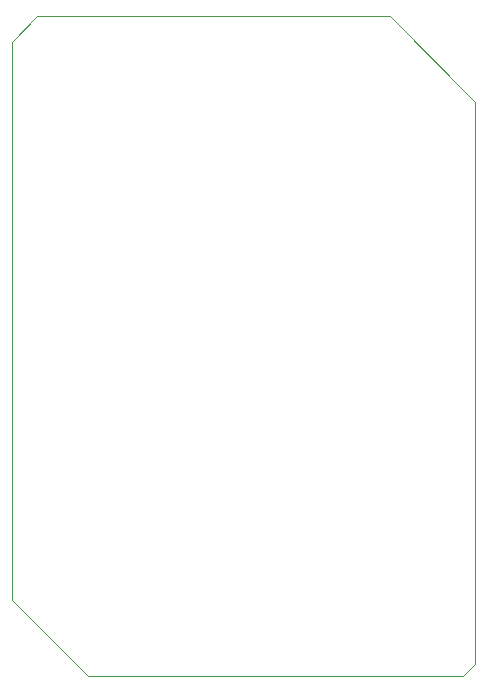
<source format=gbr>
G04*
G04 #@! TF.GenerationSoftware,Altium Limited,Altium Designer,25.3.3 (18)*
G04*
G04 Layer_Color=0*
%FSLAX25Y25*%
%MOIN*%
G70*
G04*
G04 #@! TF.SameCoordinates,2E22F27B-A00B-49EA-A22F-E70647FCC6C8*
G04*
G04*
G04 #@! TF.FilePolarity,Positive*
G04*
G01*
G75*
%ADD52C,0.00100*%
D52*
X187000Y124500D02*
X187000Y310500D01*
X195500Y319000D01*
X313000Y319000D01*
X341500Y290500D01*
Y103000D01*
X337500Y99000D01*
X212500D01*
X187000Y124500D01*
M02*

</source>
